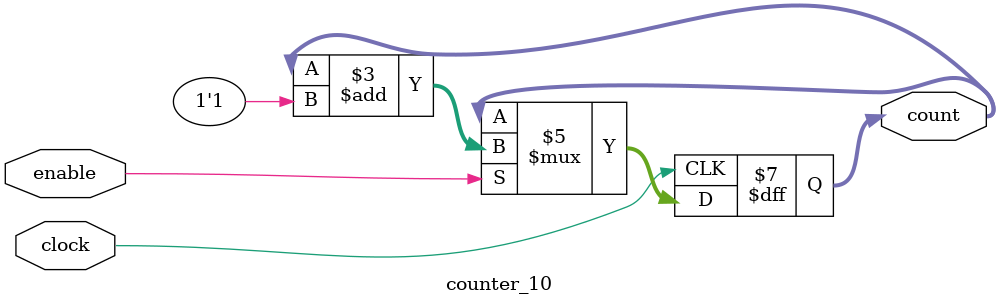
<source format=v>
`timescale 1ns / 100ps

module counter_10(clock,enable,count);

	parameter BIT_SZ = 10;
	input clock;
	input enable;
	output [BIT_SZ-1:0] count;
	
	reg [BIT_SZ-1:0] count;
	
	initial count = 0;
	
	always @ (posedge clock)
		if(enable == 1'b1)
			count <= count + 1'b1;
			
endmodule
</source>
